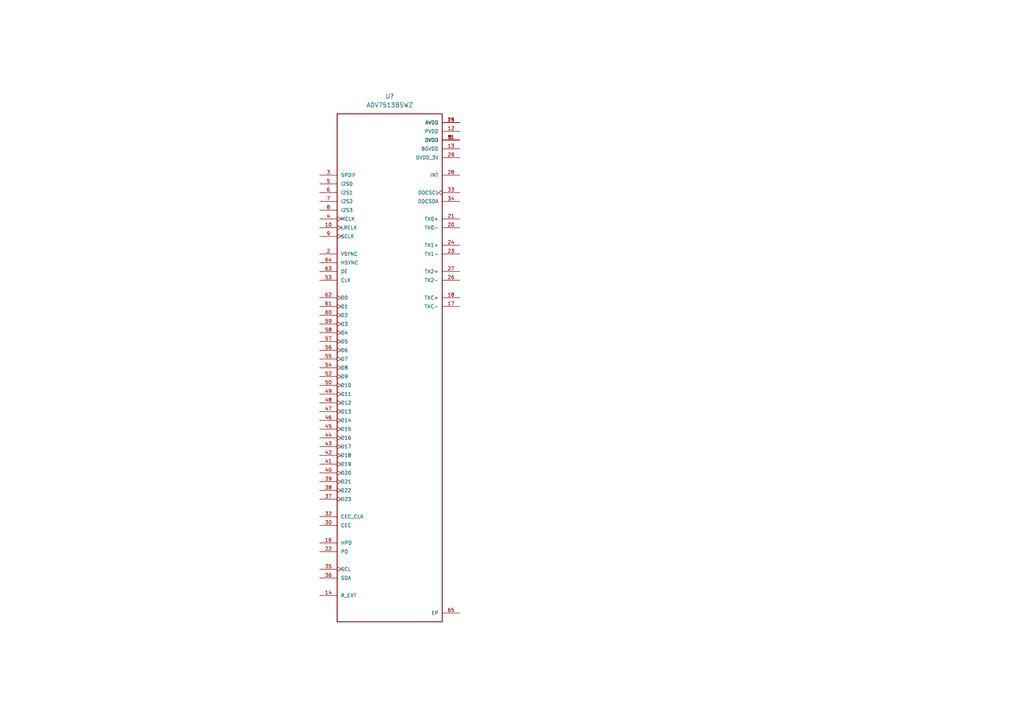
<source format=kicad_sch>
(kicad_sch (version 20231120) (generator "eeschema") (generator_version "8.0")
  (paper "A4")
  (lib_symbols
    (symbol "adv7513:ADV7513BSWZ" (pin_names (offset 1.016))
      (property "Reference" "U" (at -15.24 73.66 0))
      (property "Value" "ADV7513BSWZ" (at -15.24 -76.2 0))
      (symbol "ADV7513BSWZ_0_0"
        (pin power_in line (at 20.32 66.04 180) (length 5.08) (name "DVDD") (number "1"))
        (pin input clock (at -20.32 40.64 0) (length 5.08) (name "LRCLK") (number "10"))
        (pin power_in line (at 20.32 66.04 180) (length 5.08) (name "DVDD") (number "11"))
        (pin power_in line (at 20.32 68.58 180) (length 5.08) (name "PVDD") (number "12"))
        (pin power_in line (at 20.32 63.5 180) (length 5.08) (name "BGVDD") (number "13"))
        (pin bidirectional line (at -20.32 -66.04 0) (length 5.08) (name "R_EXT") (number "14"))
        (pin power_in line (at 20.32 71.12 180) (length 5.08) (name "AVDD") (number "15"))
        (pin input line (at -20.32 -50.8 0) (length 5.08) (name "HPD") (number "16"))
        (pin output line (at 20.32 17.78 180) (length 5.08) (name "TXC−") (number "17"))
        (pin output line (at 20.32 20.32 180) (length 5.08) (name "TXC+") (number "18"))
        (pin power_in line (at 20.32 71.12 180) (length 5.08) (name "AVDD") (number "19"))
        (pin input line (at -20.32 33.02 0) (length 5.08) (name "VSYNC") (number "2"))
        (pin output line (at 20.32 40.64 180) (length 5.08) (name "TX0−") (number "20"))
        (pin output line (at 20.32 43.18 180) (length 5.08) (name "TX0+") (number "21"))
        (pin input line (at -20.32 -53.34 0) (length 5.08) (name "PD") (number "22"))
        (pin output line (at 20.32 33.02 180) (length 5.08) (name "TX1−") (number "23"))
        (pin output line (at 20.32 35.56 180) (length 5.08) (name "TX1+") (number "24"))
        (pin power_in line (at 20.32 71.12 180) (length 5.08) (name "AVDD") (number "25"))
        (pin output line (at 20.32 25.4 180) (length 5.08) (name "TX2−") (number "26"))
        (pin output line (at 20.32 27.94 180) (length 5.08) (name "TX2+") (number "27"))
        (pin output line (at 20.32 55.88 180) (length 5.08) (name "INT") (number "28"))
        (pin power_in line (at 20.32 60.96 180) (length 5.08) (name "DVDD_3V") (number "29"))
        (pin input line (at -20.32 55.88 0) (length 5.08) (name "SPDIF") (number "3"))
        (pin bidirectional line (at -20.32 -45.72 0) (length 5.08) (name "CEC") (number "30"))
        (pin power_in line (at 20.32 66.04 180) (length 5.08) (name "DVDD") (number "31"))
        (pin input line (at -20.32 -43.18 0) (length 5.08) (name "CEC_CLK") (number "32"))
        (pin output clock (at 20.32 50.8 180) (length 5.08) (name "DDCSCL") (number "33"))
        (pin bidirectional line (at 20.32 48.26 180) (length 5.08) (name "DDCSDA") (number "34"))
        (pin input clock (at -20.32 -58.42 0) (length 5.08) (name "SCL") (number "35"))
        (pin bidirectional line (at -20.32 -60.96 0) (length 5.08) (name "SDA") (number "36"))
        (pin input clock (at -20.32 -38.1 0) (length 5.08) (name "D23") (number "37"))
        (pin input clock (at -20.32 -35.56 0) (length 5.08) (name "D22") (number "38"))
        (pin input clock (at -20.32 -33.02 0) (length 5.08) (name "D21") (number "39"))
        (pin input clock (at -20.32 43.18 0) (length 5.08) (name "MCLK") (number "4"))
        (pin input clock (at -20.32 -30.48 0) (length 5.08) (name "D20") (number "40"))
        (pin input clock (at -20.32 -27.94 0) (length 5.08) (name "D19") (number "41"))
        (pin input clock (at -20.32 -25.4 0) (length 5.08) (name "D18") (number "42"))
        (pin input clock (at -20.32 -22.86 0) (length 5.08) (name "D17") (number "43"))
        (pin input clock (at -20.32 -20.32 0) (length 5.08) (name "D16") (number "44"))
        (pin input clock (at -20.32 -17.78 0) (length 5.08) (name "D15") (number "45"))
        (pin input clock (at -20.32 -15.24 0) (length 5.08) (name "D14") (number "46"))
        (pin input clock (at -20.32 -12.7 0) (length 5.08) (name "D13") (number "47"))
        (pin input clock (at -20.32 -10.16 0) (length 5.08) (name "D12") (number "48"))
        (pin input clock (at -20.32 -7.62 0) (length 5.08) (name "D11") (number "49"))
        (pin input line (at -20.32 53.34 0) (length 5.08) (name "I2S0") (number "5"))
        (pin input clock (at -20.32 -5.08 0) (length 5.08) (name "D10") (number "50"))
        (pin power_in line (at 20.32 66.04 180) (length 5.08) (name "DVDD") (number "51"))
        (pin input clock (at -20.32 -2.54 0) (length 5.08) (name "D9") (number "52"))
        (pin input line (at -20.32 25.4 0) (length 5.08) (name "CLK") (number "53"))
        (pin input clock (at -20.32 0 0) (length 5.08) (name "D8") (number "54"))
        (pin input clock (at -20.32 2.54 0) (length 5.08) (name "D7") (number "55"))
        (pin input clock (at -20.32 5.08 0) (length 5.08) (name "D6") (number "56"))
        (pin input clock (at -20.32 7.62 0) (length 5.08) (name "D5") (number "57"))
        (pin input clock (at -20.32 10.16 0) (length 5.08) (name "D4") (number "58"))
        (pin input clock (at -20.32 12.7 0) (length 5.08) (name "D3") (number "59"))
        (pin input line (at -20.32 50.8 0) (length 5.08) (name "I2S1") (number "6"))
        (pin input clock (at -20.32 15.24 0) (length 5.08) (name "D2") (number "60"))
        (pin input clock (at -20.32 17.78 0) (length 5.08) (name "D1") (number "61"))
        (pin input clock (at -20.32 20.32 0) (length 5.08) (name "D0") (number "62"))
        (pin input line (at -20.32 27.94 0) (length 5.08) (name "DE") (number "63"))
        (pin input line (at -20.32 30.48 0) (length 5.08) (name "HSYNC") (number "64"))
        (pin power_in line (at 20.32 -71.12 180) (length 5.08) (name "EP") (number "65"))
        (pin input line (at -20.32 48.26 0) (length 5.08) (name "I2S2") (number "7"))
        (pin input line (at -20.32 45.72 0) (length 5.08) (name "I2S3") (number "8"))
        (pin input clock (at -20.32 38.1 0) (length 5.08) (name "SCLK") (number "9"))
      )
      (symbol "ADV7513BSWZ_1_0"
        (rectangle (start -15.24 73.66) (end 15.24 -73.66) (stroke (width 0.254)))
      )
    )
  )
  (symbol (lib_id "adv7513:ADV7513BSWZ") (at 113.03 106.68 0) (unit 1)
    (property "Reference" "U?" (at 113.03 27.94 0))
    (property "Value" "ADV7513BSWZ" (at 113.03 30.48 0))
    (property "Footprint" "Package_QFP:LQFP-64-1EP_10x10mm_P0.5mm_EP5x5mm" (effects (hide yes)))
    (property "MF" "Analog Devices" (effects (hide yes)))
    (property "MAXIMUM_PACKAGE_HEIGHT" "1.6mm" (effects (hide yes)))
    (property "Package" "LQFP -64 Analog Devices" (effects (hide yes)))
    (property "Price" "None" (effects (hide yes)))
    (property "Check_prices" "https://www.snapeda.com/parts/ADV7513BSWZ/Analog+Devices/view-part/?ref=eda" (effects (hide yes)))
    (property "STANDARD" "IPC 7351B" (effects (hide yes)))
    (property "PARTREV" "B" (effects (hide yes)))
    (property "SnapEDA_Link" "https://www.snapeda.com/parts/ADV7513BSWZ/Analog+Devices/view-part/?ref=snap" (effects (hide yes)))
    (property "MP" "ADV7513BSWZ" (effects (hide yes)))
    (property "Description_1" "\n165 MHz High Performance HDMI Transmitter\n" (effects (hide yes)))
    (property "Availability" "In Stock" (effects (hide yes)))
    (property "MANUFACTURER" "ANALOG DEVICES" (effects (hide yes)))
  )
)
</source>
